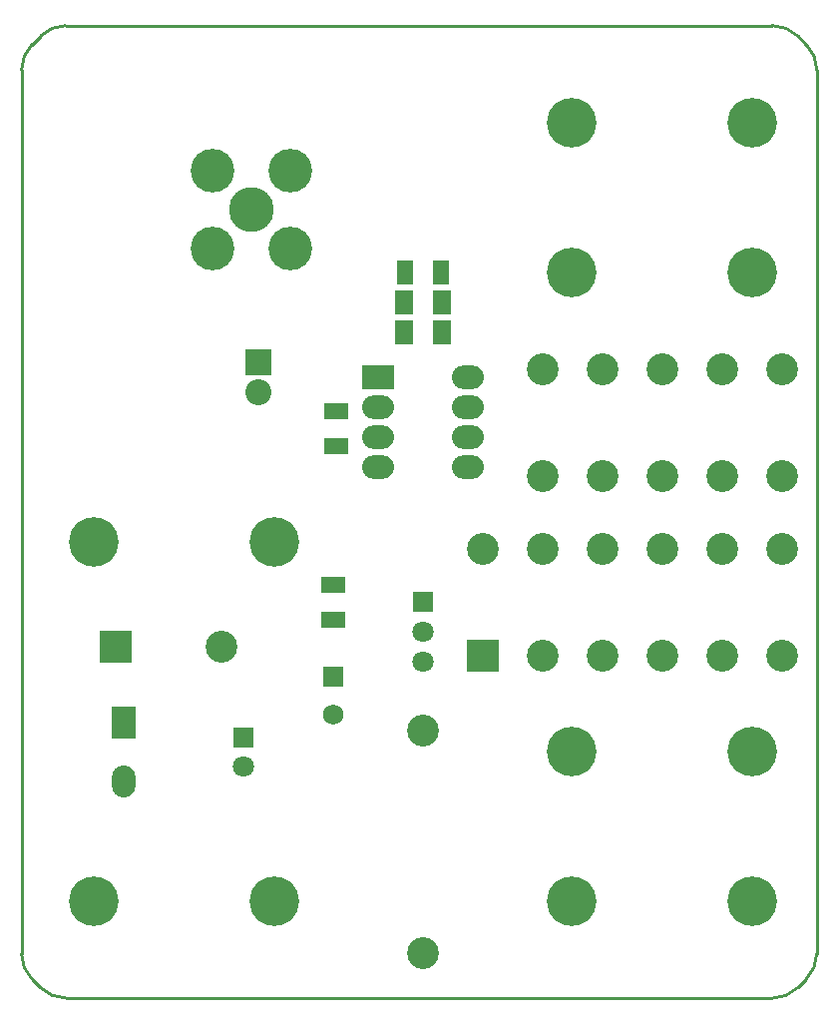
<source format=gbs>
G04 Layer_Color=16711935*
%FSAX43Y43*%
%MOMM*%
G71*
G01*
G75*
%ADD10C,0.254*%
%ADD43R,2.703X2.703*%
%ADD44C,2.703*%
%ADD45O,2.003X2.703*%
%ADD46R,2.003X2.703*%
%ADD47C,1.803*%
%ADD48R,1.803X1.803*%
%ADD49R,1.803X1.803*%
%ADD50C,4.203*%
%ADD51C,1.727*%
%ADD52R,1.727X1.727*%
%ADD53O,2.703X2.003*%
%ADD54R,2.703X2.003*%
%ADD55C,3.803*%
%ADD56C,3.703*%
%ADD57R,2.703X2.703*%
%ADD58C,2.203*%
%ADD59R,2.203X2.203*%
%ADD60R,1.353X2.003*%
%ADD61R,1.553X2.103*%
%ADD62R,2.003X1.353*%
D10*
X0130898Y0116602D02*
G03*
X0128730Y0117500I-0002168J-0002168D01*
G01*
X0068732D02*
G03*
X0066629Y0116629I0000000J-0002975D01*
G01*
X0065898Y0115898D02*
G03*
X0065000Y0113730I0002168J-0002168D01*
G01*
Y0038770D02*
G03*
X0065898Y0036602I0003066J0000000D01*
G01*
X0066602Y0035898D02*
G03*
X0068770Y0035000I0002168J0002168D01*
G01*
X0128730D02*
G03*
X0130898Y0035898I0000000J0003066D01*
G01*
X0131602Y0036602D02*
G03*
X0132500Y0038770I-0002168J0002168D01*
G01*
Y0113730D02*
G03*
X0131602Y0115898I-0003066J0000000D01*
G01*
X0065898D02*
X0066629Y0116629D01*
X0065000Y0038770D02*
Y0113730D01*
X0065898Y0036602D02*
X0066602Y0035898D01*
X0068770Y0035000D02*
X0128730D01*
X0130898Y0035898D02*
X0131602Y0036602D01*
X0132500Y0038770D02*
Y0113730D01*
X0130898Y0116602D02*
X0131602Y0115898D01*
X0068732Y0117500D02*
X0128730D01*
D43*
X0072970Y0064770D02*
D03*
D44*
X0081970D02*
D03*
X0099060Y0038855D02*
D03*
Y0057665D02*
D03*
X0104140Y0073080D02*
D03*
X0129540Y0064080D02*
D03*
Y0073080D02*
D03*
X0124460D02*
D03*
Y0064080D02*
D03*
X0119380D02*
D03*
Y0073080D02*
D03*
X0114300D02*
D03*
Y0064080D02*
D03*
X0109220D02*
D03*
Y0073080D02*
D03*
X0129540Y0079320D02*
D03*
Y0088320D02*
D03*
X0124460D02*
D03*
Y0079320D02*
D03*
X0119380D02*
D03*
Y0088320D02*
D03*
X0114300D02*
D03*
Y0079320D02*
D03*
X0109220D02*
D03*
Y0088320D02*
D03*
D45*
X0073660Y0053380D02*
D03*
D46*
Y0058380D02*
D03*
D47*
X0083820Y0054630D02*
D03*
X0099060Y0066040D02*
D03*
Y0063500D02*
D03*
D48*
X0083820Y0057130D02*
D03*
D49*
X0099060Y0068580D02*
D03*
D50*
X0071120Y0043180D02*
D03*
X0086420D02*
D03*
X0127000D02*
D03*
X0111700D02*
D03*
X0071120Y0073660D02*
D03*
X0086420D02*
D03*
X0127000Y0055880D02*
D03*
X0111700D02*
D03*
X0127000Y0096520D02*
D03*
X0111700D02*
D03*
X0127000Y0109220D02*
D03*
X0111700D02*
D03*
D51*
X0091440Y0059055D02*
D03*
D52*
Y0062230D02*
D03*
D53*
X0102870Y0080010D02*
D03*
Y0082550D02*
D03*
Y0085090D02*
D03*
Y0087630D02*
D03*
X0095250Y0080010D02*
D03*
Y0082550D02*
D03*
Y0085090D02*
D03*
D54*
Y0087630D02*
D03*
D55*
X0084540Y0101920D02*
D03*
D56*
X0087840Y0098620D02*
D03*
X0081240D02*
D03*
Y0105220D02*
D03*
X0087840D02*
D03*
D57*
X0104140Y0064080D02*
D03*
D58*
X0085090Y0086360D02*
D03*
D59*
Y0088900D02*
D03*
D60*
X0097560Y0096520D02*
D03*
X0100560D02*
D03*
D61*
X0097460Y0093980D02*
D03*
X0100660D02*
D03*
X0097460Y0091440D02*
D03*
X0100660D02*
D03*
D62*
X0091440Y0067130D02*
D03*
Y0070030D02*
D03*
X0091694Y0081862D02*
D03*
Y0084762D02*
D03*
M02*

</source>
